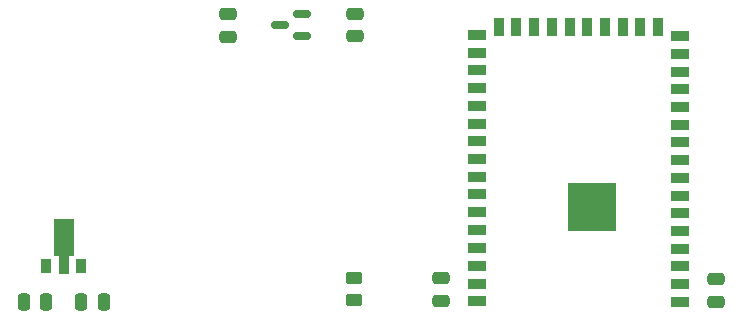
<source format=gtp>
G04 #@! TF.GenerationSoftware,KiCad,Pcbnew,9.0.1*
G04 #@! TF.CreationDate,2025-05-08T20:40:17+10:00*
G04 #@! TF.ProjectId,MooresESP32,4d6f6f72-6573-4455-9350-33322e6b6963,rev?*
G04 #@! TF.SameCoordinates,Original*
G04 #@! TF.FileFunction,Paste,Top*
G04 #@! TF.FilePolarity,Positive*
%FSLAX46Y46*%
G04 Gerber Fmt 4.6, Leading zero omitted, Abs format (unit mm)*
G04 Created by KiCad (PCBNEW 9.0.1) date 2025-05-08 20:40:17*
%MOMM*%
%LPD*%
G01*
G04 APERTURE LIST*
G04 Aperture macros list*
%AMRoundRect*
0 Rectangle with rounded corners*
0 $1 Rounding radius*
0 $2 $3 $4 $5 $6 $7 $8 $9 X,Y pos of 4 corners*
0 Add a 4 corners polygon primitive as box body*
4,1,4,$2,$3,$4,$5,$6,$7,$8,$9,$2,$3,0*
0 Add four circle primitives for the rounded corners*
1,1,$1+$1,$2,$3*
1,1,$1+$1,$4,$5*
1,1,$1+$1,$6,$7*
1,1,$1+$1,$8,$9*
0 Add four rect primitives between the rounded corners*
20,1,$1+$1,$2,$3,$4,$5,0*
20,1,$1+$1,$4,$5,$6,$7,0*
20,1,$1+$1,$6,$7,$8,$9,0*
20,1,$1+$1,$8,$9,$2,$3,0*%
%AMFreePoly0*
4,1,9,3.862500,-0.866500,0.737500,-0.866500,0.737500,-0.450000,-0.737500,-0.450000,-0.737500,0.450000,0.737500,0.450000,0.737500,0.866500,3.862500,0.866500,3.862500,-0.866500,3.862500,-0.866500,$1*%
G04 Aperture macros list end*
%ADD10RoundRect,0.250000X-0.475000X0.250000X-0.475000X-0.250000X0.475000X-0.250000X0.475000X0.250000X0*%
%ADD11RoundRect,0.150000X0.587500X0.150000X-0.587500X0.150000X-0.587500X-0.150000X0.587500X-0.150000X0*%
%ADD12RoundRect,0.250000X-0.250000X-0.475000X0.250000X-0.475000X0.250000X0.475000X-0.250000X0.475000X0*%
%ADD13RoundRect,0.250000X0.475000X-0.250000X0.475000X0.250000X-0.475000X0.250000X-0.475000X-0.250000X0*%
%ADD14R,0.900000X1.300000*%
%ADD15FreePoly0,90.000000*%
%ADD16R,1.500000X0.900000*%
%ADD17R,0.900000X1.500000*%
%ADD18R,4.100000X4.100000*%
%ADD19RoundRect,0.250000X-0.450000X0.262500X-0.450000X-0.262500X0.450000X-0.262500X0.450000X0.262500X0*%
%ADD20RoundRect,0.250000X0.250000X0.475000X-0.250000X0.475000X-0.250000X-0.475000X0.250000X-0.475000X0*%
G04 APERTURE END LIST*
D10*
G04 #@! TO.C,R1*
X146250000Y-94600000D03*
X146250000Y-96500000D03*
G04 #@! TD*
D11*
G04 #@! TO.C,Q1*
X141796250Y-96500000D03*
X141796250Y-94600000D03*
X139921250Y-95550000D03*
G04 #@! TD*
D12*
G04 #@! TO.C,C2*
X123100000Y-119000000D03*
X125000000Y-119000000D03*
G04 #@! TD*
D13*
G04 #@! TO.C,R2*
X135467500Y-96550000D03*
X135467500Y-94650000D03*
G04 #@! TD*
D14*
G04 #@! TO.C,U1*
X120100000Y-115950000D03*
D15*
X121600000Y-115862500D03*
D14*
X123100000Y-115950000D03*
G04 #@! TD*
D16*
G04 #@! TO.C,U4*
X173800000Y-119000000D03*
X173800000Y-117500000D03*
X173800000Y-116000000D03*
X173800000Y-114500000D03*
X173800000Y-113000000D03*
X173800000Y-111500000D03*
X173800000Y-110000000D03*
X173800000Y-108500000D03*
X173800000Y-107000000D03*
X173800000Y-105500000D03*
X173800000Y-104000000D03*
X173800000Y-102500000D03*
X173800000Y-101000000D03*
X173800000Y-99500000D03*
X173800000Y-98000000D03*
X173800000Y-96500000D03*
D17*
X171925000Y-95750000D03*
X170425000Y-95750000D03*
X168925000Y-95750000D03*
X167425000Y-95750000D03*
X165925000Y-95750000D03*
X164425000Y-95750000D03*
X162925000Y-95750000D03*
X161425000Y-95750000D03*
X159925000Y-95750000D03*
X158425000Y-95750000D03*
D16*
X156550000Y-96400000D03*
X156550000Y-97900000D03*
X156550000Y-99400000D03*
X156550000Y-100900000D03*
X156550000Y-102400000D03*
X156550000Y-103900000D03*
X156550000Y-105400000D03*
X156550000Y-106900000D03*
X156550000Y-108400000D03*
X156550000Y-109900000D03*
X156550000Y-111400000D03*
X156550000Y-112900000D03*
X156550000Y-114400000D03*
X156550000Y-116000000D03*
X156550000Y-117500000D03*
X156550000Y-118900000D03*
D18*
X166365000Y-110960000D03*
G04 #@! TD*
D10*
G04 #@! TO.C,C7*
X176800000Y-117100000D03*
X176800000Y-119000000D03*
G04 #@! TD*
D19*
G04 #@! TO.C,R13*
X146150000Y-117000000D03*
X146150000Y-118825000D03*
G04 #@! TD*
D10*
G04 #@! TO.C,C5*
X153500000Y-117000000D03*
X153500000Y-118900000D03*
G04 #@! TD*
D20*
G04 #@! TO.C,C1*
X120100000Y-119000000D03*
X118200000Y-119000000D03*
G04 #@! TD*
M02*

</source>
